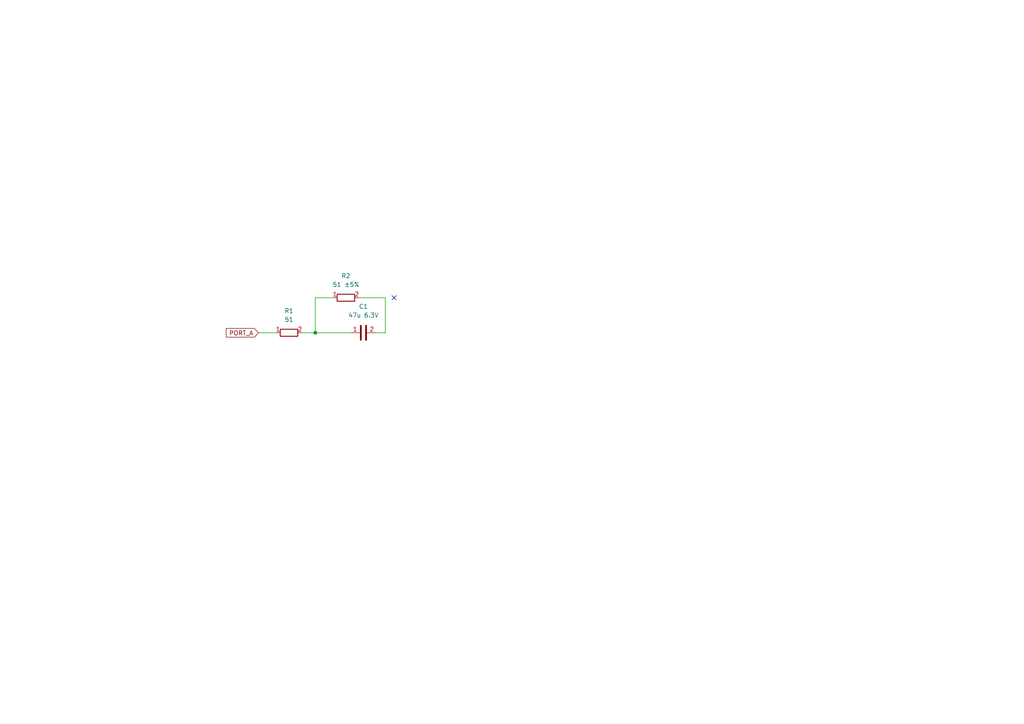
<source format=kicad_sch>
(kicad_sch (version 20211123) (generator eeschema)
  (paper "A4")
  (title_block (title "Simple Circuit") (date "2022-08-02") (rev "v01"))
  (lib_symbols
    (symbol "Device:C" (pin_names (offset 0.254))
      (property "Reference" "C" (at 0.635 2.54 0))
      (property "Value" "C" (at 0.635 -2.54 0))
      (symbol "C_0_1"
        (polyline (pts (xy -2.032 -0.762) (xy 2.032 -0.762)) (stroke (width 0.508)))
        (polyline (pts (xy -2.032 0.762) (xy 2.032 0.762)) (stroke (width 0.508)))
      )
      (symbol "C_1_1"
        (pin passive line (at 0 3.81 270) (length 2.794) (name "~") (number "1"))
        (pin passive line (at 0 -3.81 90) (length 2.794) (name "~") (number "2"))
      )
    )
    (symbol "Device:R" (pin_names (offset 0))
      (property "Reference" "R" (at 2.032 0 90))
      (property "Value" "R" (at 0 0 90))
      (symbol "R_0_1"
        (rectangle (start -1.016 -2.54) (end 1.016 2.54) (stroke (width 0.254)))
      )
      (symbol "R_1_1"
        (pin passive line (at 0 3.81 270) (length 1.27) (name "~") (number "1"))
        (pin passive line (at 0 -3.81 90) (length 1.27) (name "~") (number "2"))
      )
    )
  )
  (junction (at 91.44 96.52))
  (no_connect (at 114.3 86.36))
  (wire (pts (xy 91.44 86.36) (xy 91.44 96.52)))
  (wire (pts (xy 111.76 86.36) (xy 111.76 96.52)))
  (wire (pts (xy 104.14 86.36) (xy 111.76 86.36)))
  (wire (pts (xy 74.93 96.52) (xy 80.01 96.52)))
  (wire (pts (xy 91.44 86.36) (xy 96.52 86.36)))
  (wire (pts (xy 87.63 96.52) (xy 91.44 96.52)))
  (wire (pts (xy 109.22 96.52) (xy 111.76 96.52)))
  (wire (pts (xy 91.44 96.52) (xy 101.6 96.52)))
  (global_label "PORT_A" (shape input) (at 74.93 96.52 180) (property "Intersheet References" "${INTERSHEET_REFS}" (effects hide)))
  (symbol (lib_id "Device:R") (at 83.82 96.52 90) (unit 1)
    (property "Reference" "R1" (at 83.82 90.17 90))
    (property "Value" "51" (at 83.82 92.71 90))
  )
  (symbol (lib_id "Device:R") (at 100.33 86.36 90) (unit 1)
    (property "Reference" "R2" (at 100.33 80.01 90))
    (property "Value" "51 ±5%" (at 100.33 82.55 90))
  )
  (symbol (lib_id "Device:C") (at 105.41 96.52 90) (unit 1)
    (property "Reference" "C1" (at 105.41 88.9 90))
    (property "Value" "47u 6.3V" (at 105.41 91.44 90))
  )
)
</source>
